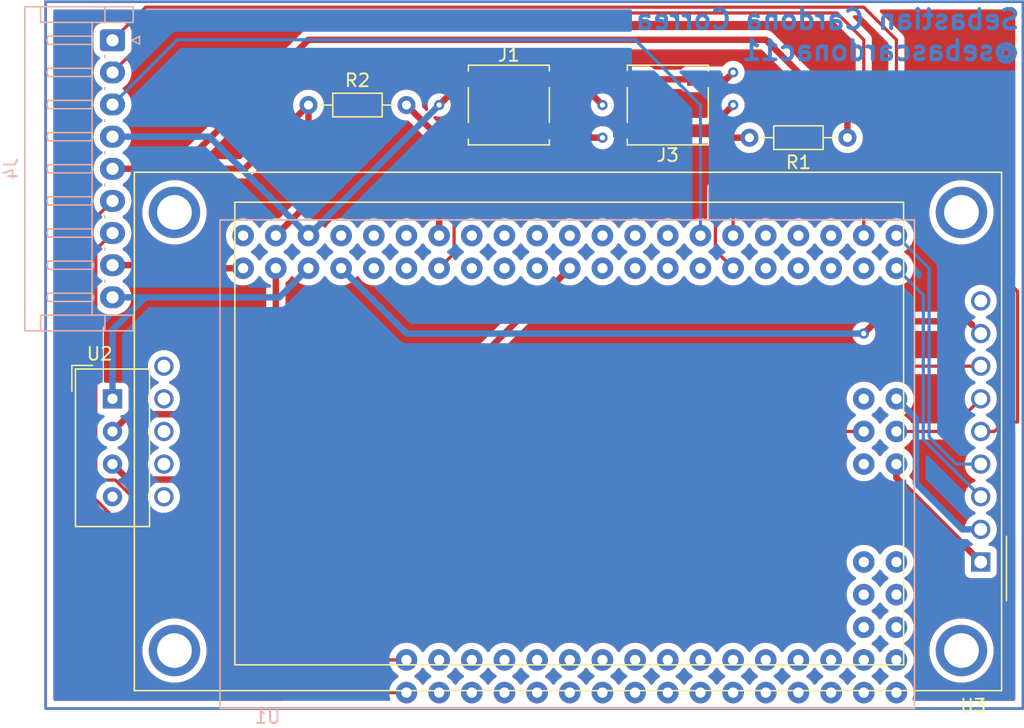
<source format=kicad_pcb>
(kicad_pcb (version 20221018) (generator pcbnew)
  (layers (0 "F.Cu" signal) (31 "B.Cu" signal) (34 "B.Paste" user) (35 "F.Paste" user) (36 "B.SilkS" user "B.Silkscreen") (37 "F.SilkS" user "F.Silkscreen") (38 "B.Mask" user) (39 "F.Mask" user) (44 "Edge.Cuts" user))
  (net 0 "")
  (net 1 "GND")
  (net 2 "+5V")
  (net 3 "Net-(U1-3V3-Pad3V3_1)")
  (net 8 "Net-(J1-Pin_2)")
  (net 11 "RX_GPS")
  (net 16 "SCL")
  (net 17 "Net-(J3-Pin_1)")
  (net 21 "TX_GPS")
  (net 25 "A1_Suspention")
  (net 26 "SDA")
  (net 30 "RPM")
  (net 35 "A0_Suspention")
  (net 76 "DC")
  (net 77 "CS")
  (net 78 "RST")
  (net 79 "Net-(U3-MOSI)")
  (net 80 "Net-(U3-SCK)")
  (net 81 "VIN_2")
  (net 82 "+3.3V")
  (footprint "Resistor_THT:R_Axial_DIN0204_L3.6mm_D1.6mm_P7.62mm_Horizontal" (layer "F.Cu") (at 77.47 22.9 180)
    (fp_text reference "R1" (at 3.81 -1.92) (layer "F.SilkS"))
    (fp_text value "R_Photo")
    (fp_line (start 0.94 0) (end 1.89 0) (stroke (width 0.12)) (layer "F.SilkS"))
    (fp_line (start 1.89 -0.92) (end 1.89 0.92) (stroke (width 0.12)) (layer "F.SilkS"))
    (fp_line (start 1.89 0.92) (end 5.73 0.92) (stroke (width 0.12)) (layer "F.SilkS"))
    (fp_line (start 5.73 -0.92) (end 1.89 -0.92) (stroke (width 0.12)) (layer "F.SilkS"))
    (fp_line (start 5.73 0.92) (end 5.73 -0.92) (stroke (width 0.12)) (layer "F.SilkS"))
    (fp_line (start 6.68 0) (end 5.73 0) (stroke (width 0.12)) (layer "F.SilkS"))
    (pad "1" thru_hole circle (at 0 0 180) (size 1.4 1.4) (drill 0.7) (layers "*.Cu" "*.Mask") (net 1 "GND"))
    (pad "2" thru_hole oval (at 7.62 0 180) (size 1.4 1.4) (drill 0.7) (layers "*.Cu" "*.Mask") (net 17 "Net-(J3-Pin_1)"))
  )
  (footprint "Button_Switch_SMD:SW_SPST_EVPBF" (layer "F.Cu") (at 63.5 20.36 180)
    (fp_text reference "J3" (at 0 -3.9) (layer "F.SilkS"))
    (fp_text value "Boton Next")
    (fp_line (start -3.15 -3.1) (end 3.15 -3.1) (stroke (width 0.12)) (layer "F.SilkS"))
    (fp_line (start -3.15 -2.65) (end -3.15 -3.1) (stroke (width 0.12)) (layer "F.SilkS"))
    (fp_line (start -3.15 1.35) (end -3.15 -1.35) (stroke (width 0.12)) (layer "F.SilkS"))
    (fp_line (start -3.15 2.65) (end -3.15 3.1) (stroke (width 0.12)) (layer "F.SilkS"))
    (fp_line (start -3.15 3.1) (end 3.15 3.1) (stroke (width 0.12)) (layer "F.SilkS"))
    (fp_line (start 3.15 -3.1) (end 3.15 -2.65) (stroke (width 0.12)) (layer "F.SilkS"))
    (fp_line (start 3.15 -1.35) (end 3.15 1.35) (stroke (width 0.12)) (layer "F.SilkS"))
    (fp_line (start 3.15 3.1) (end 3.15 2.7) (stroke (width 0.12)) (layer "F.SilkS"))
    (pad "1" smd rect (at -2.88 -2 180) (size 2.75 1) (layers "F.Cu" "F.Paste" "F.Mask") (net 17 "Net-(J3-Pin_1)"))
    (pad "1" smd rect (at 2.88 -2 180) (size 2.75 1) (layers "F.Cu" "F.Paste" "F.Mask") (net 17 "Net-(J3-Pin_1)"))
    (pad "2" smd rect (at -2.88 2 180) (size 2.75 1) (layers "F.Cu" "F.Paste" "F.Mask") (net 2 "+5V"))
    (pad "2" smd rect (at 2.88 2 180) (size 2.75 1) (layers "F.Cu" "F.Paste" "F.Mask") (net 2 "+5V"))
  )
  (footprint "Button_Switch_SMD:SW_SPST_EVPBF" (layer "F.Cu") (at 51.14 20.36)
    (fp_text reference "J1" (at 0 -3.9) (layer "F.SilkS"))
    (fp_text value "Boton Enter")
    (fp_line (start -3.15 -3.1) (end 3.15 -3.1) (stroke (width 0.12)) (layer "F.SilkS"))
    (fp_line (start -3.15 -2.65) (end -3.15 -3.1) (stroke (width 0.12)) (layer "F.SilkS"))
    (fp_line (start -3.15 1.35) (end -3.15 -1.35) (stroke (width 0.12)) (layer "F.SilkS"))
    (fp_line (start -3.15 2.65) (end -3.15 3.1) (stroke (width 0.12)) (layer "F.SilkS"))
    (fp_line (start -3.15 3.1) (end 3.15 3.1) (stroke (width 0.12)) (layer "F.SilkS"))
    (fp_line (start 3.15 -3.1) (end 3.15 -2.65) (stroke (width 0.12)) (layer "F.SilkS"))
    (fp_line (start 3.15 -1.35) (end 3.15 1.35) (stroke (width 0.12)) (layer "F.SilkS"))
    (fp_line (start 3.15 3.1) (end 3.15 2.7) (stroke (width 0.12)) (layer "F.SilkS"))
    (pad "1" smd rect (at -2.88 -2) (size 2.75 1) (layers "F.Cu" "F.Paste" "F.Mask") (net 2 "+5V"))
    (pad "1" smd rect (at 2.88 -2) (size 2.75 1) (layers "F.Cu" "F.Paste" "F.Mask") (net 2 "+5V"))
    (pad "2" smd rect (at -2.88 2) (size 2.75 1) (layers "F.Cu" "F.Paste" "F.Mask") (net 8 "Net-(J1-Pin_2)"))
    (pad "2" smd rect (at 2.88 2) (size 2.75 1) (layers "F.Cu" "F.Paste" "F.Mask") (net 8 "Net-(J1-Pin_2)"))
  )
  (footprint "Display:CR2013-MI2120" (layer "F.Cu") (at 87.8375 55.92 180)
    (fp_text reference "U3" (at 0.59 -11.18) (layer "F.SilkS"))
    (fp_text value "CR2013-MI2120")
    (fp_line (start -2 -3) (end -2 2) (stroke (width 0.12)) (layer "F.SilkS"))
    (fp_line (start -1.62 -10.01) (end 65.82 -10.01) (stroke (width 0.12)) (layer "F.SilkS"))
    (fp_line (start -1.62 30.33) (end -1.62 -10.01) (stroke (width 0.12)) (layer "F.SilkS"))
    (fp_line (start 6 -8) (end 58 -8) (stroke (width 0.12)) (layer "F.SilkS"))
    (fp_line (start 6 28) (end 6 -8) (stroke (width 0.12)) (layer "F.SilkS"))
    (fp_line (start 58 -8) (end 58 28) (stroke (width 0.12)) (layer "F.SilkS"))
    (fp_line (start 58 28) (end 6 28) (stroke (width 0.12)) (layer "F.SilkS"))
    (fp_line (start 65.82 -10.01) (end 65.82 30.33) (stroke (width 0.12)) (layer "F.SilkS"))
    (fp_line (start 65.82 30.33) (end -1.62 30.33) (stroke (width 0.12)) (layer "F.SilkS"))
    (pad "" thru_hole circle (at 1.5 -6.89 180) (size 4 4) (drill 2.7) (layers "*.Cu" "*.Mask"))
    (pad "" thru_hole circle (at 1.5 27.21 180) (size 4 4) (drill 2.7) (layers "*.Cu" "*.Mask"))
    (pad "" thru_hole circle (at 62.7 -6.89 180) (size 4 4) (drill 2.7) (layers "*.Cu" "*.Mask"))
    (pad "" thru_hole circle (at 62.7 27.21 180) (size 4 4) (drill 2.7) (layers "*.Cu" "*.Mask"))
    (pad "1" thru_hole rect (at 0 0 180) (size 1.5 1.5) (drill 1) (layers "*.Cu" "*.Mask") (net 2 "+5V"))
    (pad "2" thru_hole circle (at 0 2.54 180) (size 1.5 1.5) (drill 1) (layers "*.Cu" "*.Mask") (net 1 "GND"))
    (pad "3" thru_hole circle (at 0 5.08 180) (size 1.5 1.5) (drill 1) (layers "*.Cu" "*.Mask") (net 77 "CS"))
    (pad "4" thru_hole circle (at 0 7.62 180) (size 1.5 1.5) (drill 1) (layers "*.Cu" "*.Mask") (net 78 "RST"))
    (pad "5" thru_hole circle (at 0 10.16 180) (size 1.5 1.5) (drill 1) (layers "*.Cu" "*.Mask") (net 76 "DC"))
    (pad "6" thru_hole circle (at 0 12.7 180) (size 1.5 1.5) (drill 1) (layers "*.Cu" "*.Mask") (net 79 "Net-(U3-MOSI)"))
    (pad "7" thru_hole circle (at 0 15.24 180) (size 1.5 1.5) (drill 1) (layers "*.Cu" "*.Mask") (net 80 "Net-(U3-SCK)"))
    (pad "8" thru_hole circle (at 0 17.78 180) (size 1.5 1.5) (drill 1) (layers "*.Cu" "*.Mask") (net 82 "+3.3V"))
    (pad "9" thru_hole circle (at 0 20.32 180) (size 1.5 1.5) (drill 1) (layers "*.Cu" "*.Mask"))
    (pad "10" thru_hole circle (at 63.52 5.08 180) (size 1.5 1.5) (drill 1) (layers "*.Cu" "*.Mask"))
    (pad "11" thru_hole circle (at 63.52 7.62 180) (size 1.5 1.5) (drill 1) (layers "*.Cu" "*.Mask"))
    (pad "12" thru_hole circle (at 63.52 10.16 180) (size 1.5 1.5) (drill 1) (layers "*.Cu" "*.Mask"))
    (pad "13" thru_hole circle (at 63.52 12.7 180) (size 1.5 1.5) (drill 1) (layers "*.Cu" "*.Mask"))
    (pad "14" thru_hole circle (at 63.52 15.24 180) (size 1.5 1.5) (drill 1) (layers "*.Cu" "*.Mask"))
  )
  (footprint "Resistor_THT:R_Axial_DIN0204_L3.6mm_D1.6mm_P7.62mm_Horizontal" (layer "F.Cu") (at 35.56 20.36)
    (fp_text reference "R2" (at 3.81 -1.92) (layer "F.SilkS"))
    (fp_text value "R_Photo")
    (fp_line (start 0.94 0) (end 1.89 0) (stroke (width 0.12)) (layer "F.SilkS"))
    (fp_line (start 1.89 -0.92) (end 1.89 0.92) (stroke (width 0.12)) (layer "F.SilkS"))
    (fp_line (start 1.89 0.92) (end 5.73 0.92) (stroke (width 0.12)) (layer "F.SilkS"))
    (fp_line (start 5.73 -0.92) (end 1.89 -0.92) (stroke (width 0.12)) (layer "F.SilkS"))
    (fp_line (start 5.73 0.92) (end 5.73 -0.92) (stroke (width 0.12)) (layer "F.SilkS"))
    (fp_line (start 6.68 0) (end 5.73 0) (stroke (width 0.12)) (layer "F.SilkS"))
    (pad "1" thru_hole circle (at 0 0) (size 1.4 1.4) (drill 0.7) (layers "*.Cu" "*.Mask") (net 1 "GND"))
    (pad "2" thru_hole oval (at 7.62 0) (size 1.4 1.4) (drill 0.7) (layers "*.Cu" "*.Mask") (net 8 "Net-(J1-Pin_2)"))
  )
  (footprint "Sensor:Aosong_DHT11_5.5x12.0_P2.54mm" (layer "F.Cu") (at 20.32 43.22)
    (fp_text reference "U2" (at -1 -3.5) (layer "F.SilkS"))
    (fp_text value "NEO-M8N")
    (fp_line (start -3.16 -2.6) (end -3.16 -0.6) (stroke (width 0.12)) (layer "F.SilkS"))
    (fp_line (start -3.16 -2.6) (end -1.55 -2.6) (stroke (width 0.12)) (layer "F.SilkS"))
    (fp_line (start -2.88 9.94) (end -2.88 -2.31) (stroke (width 0.12)) (layer "F.SilkS"))
    (fp_line (start -2.87 -2.32) (end 2.87 -2.32) (stroke (width 0.12)) (layer "F.SilkS"))
    (fp_line (start 2.88 -2.32) (end 2.88 9.94) (stroke (width 0.12)) (layer "F.SilkS"))
    (fp_line (start 2.88 9.94) (end -2.88 9.94) (stroke (width 0.12)) (layer "F.SilkS"))
    (pad "1" thru_hole rect (at 0 0) (size 1.5 1.5) (drill 0.8) (layers "*.Cu" "*.Mask") (net 2 "+5V"))
    (pad "2" thru_hole circle (at 0 2.54) (size 1.5 1.5) (drill 0.8) (layers "*.Cu" "*.Mask") (net 1 "GND"))
    (pad "3" thru_hole circle (at 0 5.08) (size 1.5 1.5) (drill 0.8) (layers "*.Cu" "*.Mask") (net 21 "TX_GPS"))
    (pad "4" thru_hole circle (at 0 7.62) (size 1.5 1.5) (drill 0.8) (layers "*.Cu" "*.Mask"))
  )
  (footprint "MEGA_PRO_EMBED_CH340G___ATMEGA2560:MODULE_MEGA_PRO_EMBED_CH340G___ATMEGA2560" (layer "B.Cu") (at 55.68 48.3)
    (fp_text reference "U1" (at -23.295 19.685) (layer "B.SilkS") (effects (justify mirror)))
    (fp_text value "MEGA_PRO_EMBED_CH340G_{slash}_ATMEGA2560" hide)
    (fp_line (start -27 -19) (end -27 19) (stroke (width 0.127)) (layer "B.SilkS"))
    (fp_line (start -27 -19) (end 27 -19) (stroke (width 0.127)) (layer "B.SilkS"))
    (fp_line (start -27 19) (end 27 19) (stroke (width 0.127)) (layer "B.SilkS"))
    (fp_line (start 27 -19) (end 27 19) (stroke (width 0.127)) (layer "B.SilkS"))
    (pad "3V3_1" thru_hole circle (at -17.58 -17.78) (size 1.6764 1.6764) (drill 0.8) (layers "*.Cu" "*.Mask") (net 3 "Net-(U1-3V3-Pad3V3_1)"))
    (pad "3V3_2" thru_hole circle (at -17.58 -15.24) (size 1.6764 1.6764) (drill 0.8) (layers "*.Cu" "*.Mask") (net 82 "+3.3V"))
    (pad "5V_1" thru_hole circle (at -20.12 -17.78) (size 1.6764 1.6764) (drill 0.8) (layers "*.Cu" "*.Mask") (net 2 "+5V"))
    (pad "5V_2" thru_hole circle (at -20.12 -15.24) (size 1.6764 1.6764) (drill 0.8) (layers "*.Cu" "*.Mask") (net 2 "+5V"))
    (pad "5V_3" thru_hole circle (at 25.6 0) (size 1.6764 1.6764) (drill 0.8) (layers "*.Cu" "*.Mask") (net 2 "+5V"))
    (pad "A0" thru_hole circle (at -12.5 17.78) (size 1.6764 1.6764) (drill 0.8) (layers "*.Cu" "*.Mask") (net 35 "A0_Suspention"))
    (pad "A1" thru_hole circle (at -12.5 15.24) (size 1.6764 1.6764) (drill 0.8) (layers "*.Cu" "*.Mask") (net 25 "A1_Suspention"))
    (pad "A2" thru_hole circle (at -9.96 17.78) (size 1.6764 1.6764) (drill 0.8) (layers "*.Cu" "*.Mask"))
    (pad "A3" thru_hole circle (at -9.96 15.24) (size 1.6764 1.6764) (drill 0.8) (layers "*.Cu" "*.Mask"))
    (pad "A4" thru_hole circle (at -7.42 17.78) (size 1.6764 1.6764) (drill 0.8) (layers "*.Cu" "*.Mask"))
    (pad "A5" thru_hole circle (at -7.42 15.24) (size 1.6764 1.6764) (drill 0.8) (layers "*.Cu" "*.Mask"))
    (pad "A6" thru_hole circle (at -4.88 17.78) (size 1.6764 1.6764) (drill 0.8) (layers "*.Cu" "*.Mask"))
    (pad "A7" thru_hole circle (at -4.88 15.24) (size 1.6764 1.6764) (drill 0.8) (layers "*.Cu" "*.Mask"))
    (pad "A8" thru_hole circle (at -2.34 17.78) (size 1.6764 1.6764) (drill 0.8) (layers "*.Cu" "*.Mask"))
    (pad "A9" thru_hole circle (at -2.34 15.24) (size 1.6764 1.6764) (drill 0.8) (layers "*.Cu" "*.Mask"))
    (pad "A10" thru_hole circle (at 0.2 17.78) (size 1.6764 1.6764) (drill 0.8) (layers "*.Cu" "*.Mask"))
    (pad "A11" thru_hole circle (at 0.2 15.24) (size 1.6764 1.6764) (drill 0.8) (layers "*.Cu" "*.Mask"))
    (pad "A12" thru_hole circle (at 2.74 17.78) (size 1.6764 1.6764) (drill 0.8) (layers "*.Cu" "*.Mask"))
    (pad "A13" thru_hole circle (at 2.74 15.24) (size 1.6764 1.6764) (drill 0.8) (layers "*.Cu" "*.Mask"))
    (pad "A14" thru_hole circle (at 5.28 17.78) (size 1.6764 1.6764) (drill 0.8) (layers "*.Cu" "*.Mask"))
    (pad "A15" thru_hole circle (at 5.28 15.24) (size 1.6764 1.6764) (drill 0.8) (layers "*.Cu" "*.Mask"))
    (pad "AREF" thru_hole circle (at -15.04 -15.24) (size 1.6764 1.6764) (drill 0.8) (layers "*.Cu" "*.Mask"))
    (pad "D2" thru_hole circle (at -9.96 -15.24) (size 1.6764 1.6764) (drill 0.8) (layers "*.Cu" "*.Mask") (net 17 "Net-(J3-Pin_1)"))
    (pad "D3" thru_hole circle (at -9.96 -17.78) (size 1.6764 1.6764) (drill 0.8) (layers "*.Cu" "*.Mask") (net 8 "Net-(J1-Pin_2)"))
    (pad "D4" thru_hole circle (at -7.42 -15.24) (size 1.6764 1.6764) (drill 0.8) (layers "*.Cu" "*.Mask"))
    (pad "D5" thru_hole circle (at -7.42 -17.78) (size 1.6764 1.6764) (drill 0.8) (layers "*.Cu" "*.Mask"))
    (pad "D6" thru_hole circle (at -4.88 -15.24) (size 1.6764 1.6764) (drill 0.8) (layers "*.Cu" "*.Mask"))
    (pad "D7" thru_hole circle (at -4.88 -17.78) (size 1.6764 1.6764) (drill 0.8) (layers "*.Cu" "*.Mask"))
    (pad "D8" thru_hole circle (at -2.34 -15.24) (size 1.6764 1.6764) (drill 0.8) (layers "*.Cu" "*.Mask"))
    (pad "D9" thru_hole circle (at -2.34 -17.78) (size 1.6764 1.6764) (drill 0.8) (layers "*.Cu" "*.Mask") (net 11 "RX_GPS"))
    (pad "D10" thru_hole circle (at 0.2 -15.24) (size 1.6764 1.6764) (drill 0.8) (layers "*.Cu" "*.Mask") (net 21 "TX_GPS"))
    (pad "D11" thru_hole circle (at 0.2 -17.78) (size 1.6764 1.6764) (drill 0.8) (layers "*.Cu" "*.Mask"))
    (pad "D12" thru_hole circle (at 2.74 -15.24) (size 1.6764 1.6764) (drill 0.8) (layers "*.Cu" "*.Mask"))
    (pad "D13" thru_hole circle (at 2.74 -17.78) (size 1.6764 1.6764) (drill 0.8) (layers "*.Cu" "*.Mask"))
    (pad "D14" thru_hole circle (at 5.28 -15.24) (size 1.6764 1.6764) (drill 0.8) (layers "*.Cu" "*.Mask"))
    (pad "D15" thru_hole circle (at 5.28 -17.78) (size 1.6764 1.6764) (drill 0.8) (layers "*.Cu" "*.Mask"))
    (pad "D16" thru_hole circle (at 7.82 -15.24) (size 1.6764 1.6764) (drill 0.8) (layers "*.Cu" "*.Mask"))
    (pad "D17" thru_hole circle (at 7.82 -17.78) (size 1.6764 1.6764) (drill 0.8) (layers "*.Cu" "*.Mask"))
    (pad "D18" thru_hole circle (at 10.36 -15.24) (size 1.6764 1.6764) (drill 0.8) (layers "*.Cu" "*.Mask"))
    (pad "D19" thru_hole circle (at 10.36 -17.78) (size 1.6764 1.6764) (drill 0.8) (layers "*.Cu" "*.Mask") (net 30 "RPM"))
    (pad "D20" thru_hole circle (at 12.9 -15.24) (size 1.6764 1.6764) (drill 0.8) (layers "*.Cu" "*.Mask") (net 26 "SDA"))
    (pad "D21" thru_hole circle (at 12.9 -17.78) (size 1.6764 1.6764) (drill 0.8) (layers "*.Cu" "*.Mask") (net 16 "SCL"))
    (pad "D22" thru_hole circle (at 15.44 -15.24) (size 1.6764 1.6764) (drill 0.8) (layers "*.Cu" "*.Mask"))
    (pad "D23" thru_hole circle (at 15.44 -17.78) (size 1.6764 1.6764) (drill 0.8) (layers "*.Cu" "*.Mask"))
    (pad "D24" thru_hole circle (at 17.98 -15.24) (size 1.6764 1.6764) (drill 0.8) (layers "*.Cu" "*.Mask"))
    (pad "D25" thru_hole circle (at 17.98 -17.78) (size 1.6764 1.6764) (drill 0.8) (layers "*.Cu" "*.Mask"))
    (pad "D26" thru_hole circle (at 20.52 -15.24) (size 1.6764 1.6764) (drill 0.8) (layers "*.Cu" "*.Mask"))
    (pad "D27" thru_hole circle (at 20.52 -17.78) (size 1.6764 1.6764) (drill 0.8) (layers "*.Cu" "*.Mask"))
    (pad "D28" thru_hole circle (at 23.06 -15.24) (size 1.6764 1.6764) (drill 0.8) (layers "*.Cu" "*.Mask"))
    (pad "D29" thru_hole circle (at 23.06 -17.78) (size 1.6764 1.6764) (drill 0.8) (layers "*.Cu" "*.Mask") (net 76 "DC"))
    (pad "D30" thru_hole circle (at 25.6 -15.24) (size 1.6764 1.6764) (drill 0.8) (layers "*.Cu" "*.Mask") (net 77 "CS"))
    (pad "D31" thru_hole circle (at 25.6 -17.78) (size 1.6764 1.6764) (drill 0.8) (layers "*.Cu" "*.Mask") (net 78 "RST"))
    (pad "D32" thru_hole circle (at 7.82 17.78) (size 1.6764 1.6764) (drill 0.8) (layers "*.Cu" "*.Mask"))
    (pad "D33" thru_hole circle (at 7.82 15.24) (size 1.6764 1.6764) (drill 0.8) (layers "*.Cu" "*.Mask"))
    (pad "D34" thru_hole circle (at 10.36 17.78) (size 1.6764 1.6764) (drill 0.8) (layers "*.Cu" "*.Mask"))
    (pad "D35" thru_hole circle (at 10.36 15.24) (size 1.6764 1.6764) (drill 0.8) (layers "*.Cu" "*.Mask"))
    (pad "D36" thru_hole circle (at 12.9 17.78) (size 1.6764 1.6764) (drill 0.8) (layers "*.Cu" "*.Mask"))
    (pad "D37" thru_hole circle (at 12.9 15.24) (size 1.6764 1.6764) (drill 0.8) (layers "*.Cu" "*.Mask"))
    (pad "D38" thru_hole circle (at 15.44 17.78) (size 1.6764 1.6764) (drill 0.8) (layers "*.Cu" "*.Mask"))
    (pad "D39" thru_hole circle (at 15.44 15.24) (size 1.6764 1.6764) (drill 0.8) (layers "*.Cu" "*.Mask"))
    (pad "D40" thru_hole circle (at 17.98 17.78) (size 1.6764 1.6764) (drill 0.8) (layers "*.Cu" "*.Mask"))
    (pad "D41" thru_hole circle (at 17.98 15.24) (size 1.6764 1.6764) (drill 0.8) (layers "*.Cu" "*.Mask"))
    (pad "D42" thru_hole circle (at 20.52 17.78) (size 1.6764 1.6764) (drill 0.8) (layers "*.Cu" "*.Mask"))
    (pad "D43" thru_hole circle (at 20.52 15.24) (size 1.6764 1.6764) (drill 0.8) (layers "*.Cu" "*.Mask"))
    (pad "D44" thru_hole circle (at 23.06 17.78) (size 1.6764 1.6764) (drill 0.8) (layers "*.Cu" "*.Mask"))
    (pad "D45" thru_hole circle (at 23.06 15.24) (size 1.6764 1.6764) (drill 0.8) (layers "*.Cu" "*.Mask"))
    (pad "D46" thru_hole circle (at 25.6 17.78) (size 1.6764 1.6764) (drill 0.8) (layers "*.Cu" "*.Mask"))
    (pad "D47" thru_hole circle (at 25.6 15.24) (size 1.6764 1.6764) (drill 0.8) (layers "*.Cu" "*.Mask"))
    (pad "D48" thru_hole circle (at 25.6 12.7) (size 1.6764 1.6764) (drill 0.8) (layers "*.Cu" "*.Mask"))
    (pad "D49" thru_hole circle (at 23.06 12.7) (size 1.6764 1.6764) (drill 0.8) (layers "*.Cu" "*.Mask"))
    (pad "D50" thru_hole circle (at 25.6 10.16) (size 1.6764 1.6764) (drill 0.8) (layers "*.Cu" "*.Mask"))
    (pad "D51" thru_hole circle (at 23.06 10.16) (size 1.6764 1.6764) (drill 0.8) (layers "*.Cu" "*.Mask"))
    (pad "D52" thru_hole circle (at 25.6 7.62) (size 1.6764 1.6764) (drill 0.8) (layers "*.Cu" "*.Mask"))
    (pad "D53" thru_hole circle (at 23.06 7.62) (size 1.6764 1.6764) (drill 0.8) (layers "*.Cu" "*.Mask"))
    (pad "GND_1" thru_hole circle (at -22.66 -17.78) (size 1.6764 1.6764) (drill 0.8) (layers "*.Cu" "*.Mask") (net 1 "GND"))
    (pad "GND_2" thru_hole circle (at -22.66 -15.24) (size 1.6764 1.6764) (drill 0.8) (layers "*.Cu" "*.Mask") (net 1 "GND"))
    (pad "GND_3" thru_hole circle (at 25.6 -5.08) (size 1.6764 1.6764) (drill 0.8) (layers "*.Cu" "*.Mask") (net 1 "GND"))
    (pad "MISO" thru_hole circle (at 23.06 0) (size 1.6764 1.6764) (drill 0.8) (layers "*.Cu" "*.Mask"))
    (pad "MOSI" thru_hole circle (at 25.6 -2.54) (size 1.6764 1.6764) (drill 0.8) (layers "*.Cu" "*.Mask") (net 79 "Net-(U3-MOSI)"))
    (pad "RESET" thru_hole circle (at 23.06 -5.08) (size 1.6764 1.6764) (drill 0.8) (layers "*.Cu" "*.Mask"))
    (pad "RST" thru_hole circle (at -15.04 -17.78) (size 1.6764 1.6764) (drill 0.8) (layers "*.Cu" "*.Mask"))
    (pad "RX" thru_hole circle (at -12.5 -15.24) (size 1.6764 1.6764) (drill 0.8) (layers "*.Cu" "*.Mask"))
    (pad "SCK" thru_hole circle (at 23.06 -2.54) (size 1.6764 1.6764) (drill 0.8) (layers "*.Cu" "*.Mask") (net 80 "Net-(U3-SCK)"))
    (pad "TX" thru_hole circle (at -12.5 -17.78) (size 1.6764 1.6764) (drill 0.8) (layers "*.Cu" "*.Mask"))
    (pad "VIN_1" thru_hole circle (at -25.2 -17.78) (size 1.6764 1.6764) (drill 0.8) (layers "*.Cu" "*.Mask"))
    (pad "VIN_2" thru_hole circle (at -25.2 -15.24) (size 1.6764 1.6764) (drill 0.8) (layers "*.Cu" "*.Mask") (net 81 "VIN_2"))
  )
  (footprint "Connector_JST:JST_EH_S9B-EH_1x09_P2.50mm_Horizontal" (layer "B.Cu") (at 20.32 15.32 -90)
    (fp_text reference "J4" (at 10 7.9 90) (layer "B.SilkS") (effects (justify mirror)))
    (fp_text value "DE9_Plug")
    (fp_line (start -2.61 -1.61) (end -2.61 6.81) (stroke (width 0.12)) (layer "B.SilkS"))
    (fp_line (start -2.61 5.59) (end -1.39 5.59) (stroke (width 0.12)) (layer "B.SilkS"))
    (fp_line (start -2.61 6.81) (end 22.61 6.81) (stroke (width 0.12)) (layer "B.SilkS"))
    (fp_line (start -1.39 -1.61) (end -2.61 -1.61) (stroke (width 0.12)) (layer "B.SilkS"))
    (fp_line (start -1.39 0.59) (end -2.61 0.59) (stroke (width 0.12)) (layer "B.SilkS"))
    (fp_line (start -1.39 0.59) (end -1.39 -1.61) (stroke (width 0.12)) (layer "B.SilkS"))
    (fp_line (start -1.39 1.59) (end 21.39 1.59) (stroke (width 0.12)) (layer "B.SilkS"))
    (fp_line (start -1.39 5.59) (end -1.39 0.59) (stroke (width 0.12)) (layer "B.SilkS"))
    (fp_line (start -0.32 1.59) (end -0.32 5.01) (stroke (width 0.12)) (layer "B.SilkS"))
    (fp_line (start -0.32 5.01) (end 0 5.09) (stroke (width 0.12)) (layer "B.SilkS"))
    (fp_line (start -0.3 -2.1) (end 0.3 -2.1) (stroke (width 0.12)) (layer "B.SilkS"))
    (fp_line (start 0 -1.5) (end -0.3 -2.1) (stroke (width 0.12)) (layer "B.SilkS"))
    (fp_line (start 0 1.59) (end -0.32 1.59) (stroke (width 0.12)) (layer "B.SilkS"))
    (fp_line (start 0 5.09) (end 0.32 5.01) (stroke (width 0.12)) (layer "B.SilkS"))
    (fp_line (start 0.3 -2.1) (end 0 -1.5) (stroke (width 0.12)) (layer "B.SilkS"))
    (fp_line (start 0.32 1.59) (end 0 1.59) (stroke (width 0.12)) (layer "B.SilkS"))
    (fp_line (start 0.32 5.01) (end 0.32 1.59) (stroke (width 0.12)) (layer "B.SilkS"))
    (fp_line (start 1.17 0.59) (end 1.33 0.59) (stroke (width 0.12)) (layer "B.SilkS"))
    (fp_line (start 2.18 1.59) (end 2.18 5.01) (stroke (width 0.12)) (layer "B.SilkS"))
    (fp_line (start 2.18 5.01) (end 2.5 5.09) (stroke (width 0.12)) (layer "B.SilkS"))
    (fp_line (start 2.5 1.59) (end 2.18 1.59) (stroke (width 0.12)) (layer "B.SilkS"))
    (fp_line (start 2.5 5.09) (end 2.82 5.01) (stroke (width 0.12)) (layer "B.SilkS"))
    (fp_line (start 2.82 1.59) (end 2.5 1.59) (stroke (width 0.12)) (layer "B.SilkS"))
    (fp_line (start 2.82 5.01) (end 2.82 1.59) (stroke (width 0.12)) (layer "B.SilkS"))
    (fp_line (start 3.67 0.59) (end 3.83 0.59) (stroke (width 0.12)) (layer "B.SilkS"))
    (fp_line (start 4.68 1.59) (end 4.68 5.01) (stroke (width 0.12)) (layer "B.SilkS"))
    (fp_line (start 4.68 5.01) (end 5 5.09) (stroke (width 0.12)) (layer "B.SilkS"))
    (fp_line (start 5 1.59) (end 4.68 1.59) (stroke (width 0.12)) (layer "B.SilkS"))
    (fp_line (start 5 5.09) (end 5.32 5.01) (stroke (width 0.12)) (layer "B.SilkS"))
    (fp_line (start 5.32 1.59) (end 5 1.59) (stroke (width 0.12)) (layer "B.SilkS"))
    (fp_line (start 5.32 5.01) (end 5.32 1.59) (stroke (width 0.12)) (layer "B.SilkS"))
    (fp_line (start 6.17 0.59) (end 6.33 0.59) (stroke (width 0.12)) (layer "B.SilkS"))
    (fp_line (start 7.18 1.59) (end 7.18 5.01) (stroke (width 0.12)) (layer "B.SilkS"))
    (fp_line (start 7.18 5.01) (end 7.5 5.09) (stroke (width 0.12)) (layer "B.SilkS"))
    (fp_line (start 7.5 1.59) (end 7.18 1.59) (stroke (width 0.12)) (layer "B.SilkS"))
    (fp_line (start 7.5 5.09) (end 7.82 5.01) (stroke (width 0.12)) (layer "B.SilkS"))
    (fp_line (start 7.82 1.59) (end 7.5 1.59) (stroke (width 0.12)) (layer "B.SilkS"))
    (fp_line (start 7.82 5.01) (end 7.82 1.59) (stroke (width 0.12)) (layer "B.SilkS"))
    (fp_line (start 8.67 0.59) (end 8.83 0.59) (stroke (width 0.12)) (layer "B.SilkS"))
    (fp_line (start 9.68 1.59) (end 9.68 5.01) (stroke (width 0.12)) (layer "B.SilkS"))
    (fp_line (start 9.68 5.01) (end 10 5.09) (stroke (width 0.12)) (layer "B.SilkS"))
    (fp_line (start 10 1.59) (end 9.68 1.59) (stroke (width 0.12)) (layer "B.SilkS"))
    (fp_line (start 10 5.09) (end 10.32 5.01) (stroke (width 0.12)) (layer "B.SilkS"))
    (fp_line (start 10.32 1.59) (end 10 1.59) (stroke (width 0.12)) (layer "B.SilkS"))
    (fp_line (start 10.32 5.01) (end 10.32 1.59) (stroke (width 0.12)) (layer "B.SilkS"))
    (fp_line (start 11.17 0.59) (end 11.33 0.59) (stroke (width 0.12)) (layer "B.SilkS"))
    (fp_line (start 12.18 1.59) (end 12.18 5.01) (stroke (width 0.12)) (layer "B.SilkS"))
    (fp_line (start 12.18 5.01) (end 12.5 5.09) (stroke (width 0.12)) (layer "B.SilkS"))
    (fp_line (start 12.5 1.59) (end 12.18 1.59) (stroke (width 0.12)) (layer "B.SilkS"))
    (fp_line (start 12.5 5.09) (end 12.82 5.01) (stroke (width 0.12)) (layer "B.SilkS"))
    (fp_line (start 12.82 1.59) (end 12.5 1.59) (stroke (width 0.12)) (layer "B.SilkS"))
    (fp_line (start 12.82 5.01) (end 12.82 1.59) (stroke (width 0.12)) (layer "B.SilkS"))
    (fp_line (start 13.67 0.59) (end 13.83 0.59) (stroke (width 0.12)) (layer "B.SilkS"))
    (fp_line (start 14.68 1.59) (end 14.68 5.01) (stroke (width 0.12)) (layer "B.SilkS"))
    (fp_line (start 14.68 5.01) (end 15 5.09) (stroke (width 0.12)) (layer "B.SilkS"))
    (fp_line (start 15 1.59) (end 14.68 1.59) (stroke (width 0.12)) (layer "B.SilkS"))
    (fp_line (start 15 5.09) (end 15.32 5.01) (stroke (width 0.12)) (layer "B.SilkS"))
    (fp_line (start 15.32 1.59) (end 15 1.59) (stroke (width 0.12)) (layer "B.SilkS"))
    (fp_line (start 15.32 5.01) (end 15.32 1.59) (stroke (width 0.12)) (layer "B.SilkS"))
    (fp_line (start 16.17 0.59) (end 16.33 0.59) (stroke (width 0.12)) (layer "B.SilkS"))
    (fp_line (start 17.18 1.59) (end 17.18 5.01) (stroke (width 0.12)) (layer "B.SilkS"))
    (fp_line (start 17.18 5.01) (end 17.5 5.09) (stroke (width 0.12)) (layer "B.SilkS"))
    (fp_line (start 17.5 1.59) (end 17.18 1.59) (stroke (width 0.12)) (layer "B.SilkS"))
    (fp_line (start 17.5 5.09) (end 17.82 5.01) (stroke (width 0.12)) (layer "B.SilkS"))
    (fp_line (start 17.82 1.59) (end 17.5 1.59) (stroke (width 0.12)) (layer "B.SilkS"))
    (fp_line (start 17.82 5.01) (end 17.82 1.59) (stroke (width 0.12)) (layer "B.SilkS"))
    (fp_line (start 18.67 0.59) (end 18.83 0.59) (stroke (width 0.12)) (layer "B.SilkS"))
    (fp_line (start 19.68 1.59) (end 19.68 5.01) (stroke (width 0.12)) (layer "B.SilkS"))
    (fp_line (start 19.68 5.01) (end 20 5.09) (stroke (width 0.12)) (layer "B.SilkS"))
    (fp_line (start 20 1.59) (end 19.68 1.59) (stroke (width 0.12)) (layer "B.SilkS"))
    (fp_line (start 20 5.09) (end 20.32 5.01) (stroke (width 0.12)) (layer "B.SilkS"))
    (fp_line (start 20.32 1.59) (end 20 1.59) (stroke (width 0.12)) (layer "B.SilkS"))
    (fp_line (start 20.32 5.01) (end 20.32 1.59) (stroke (width 0.12)) (layer "B.SilkS"))
    (fp_line (start 21.39 -1.61) (end 21.39 0.59) (stroke (width 0.12)) (layer "B.SilkS"))
    (fp_line (start 21.39 0.59) (end 22.61 0.59) (stroke (width 0.12)) (layer "B.SilkS"))
    (fp_line (start 21.39 5.59) (end 21.39 0.59) (stroke (width 0.12)) (layer "B.SilkS"))
    (fp_line (start 22.61 -1.61) (end 21.39 -1.61) (stroke (width 0.12)) (layer "B.SilkS"))
    (fp_line (start 22.61 5.59) (end 21.39 5.59) (stroke (width 0.12)) (layer "B.SilkS"))
    (fp_line (start 22.61 6.81) (end 22.61 -1.61) (stroke (width 0.12)) (layer "B.SilkS"))
    (pad "1" thru_hole roundrect (at 0 0 270) (size 1.7 1.95) (drill 0.95) (layers "*.Cu" "*.Mask") (roundrect_rratio 0.1470588235) (net 16 "SCL"))
    (pad "2" thru_hole oval (at 2.5 0 270) (size 1.7 1.95) (drill 0.95) (layers "*.Cu" "*.Mask") (net 26 "SDA"))
    (pad "3" thru_hole oval (at 5 0 270) (size 1.7 1.95) (drill 0.95) (layers "*.Cu" "*.Mask") (net 30 "RPM"))
    (pad "4" thru_hole oval (at 7.5 0 270) (size 1.7 1.95) (drill 0.95) (layers "*.Cu" "*.Mask") (net 2 "+5V"))
    (pad "5" thru_hole oval (at 10 0 270) (size 1.7 1.95) (drill 0.95) (layers "*.Cu" "*.Mask") (net 1 "GND"))
    (pad "6" thru_hole oval (at 12.5 0 270) (size 1.7 1.95) (drill 0.95) (layers "*.Cu" "*.Mask") (net 35 "A0_Suspention"))
    (pad "7" thru_hole oval (at 15 0 270) (size 1.7 1.95) (drill 0.95) (layers "*.Cu" "*.Mask") (net 25 "A1_Suspention"))
    (pad "8" thru_hole oval (at 17.5 0 270) (size 1.7 1.95) (drill 0.95) (layers "*.Cu" "*.Mask") (net 81 "VIN_2"))
    (pad "9" thru_hole oval (at 20 0 270) (size 1.7 1.95) (drill 0.95) (layers "*.Cu" "*.Mask") (net 2 "+5V"))
  )
  (gr_rect (start 15.12 12.32) (end 91.12 67.32) (stroke (width 0.2)) (fill none) (layer "F.Cu"))
  (gr_rect (start 15.12 12.32) (end 91.12 67.32) (stroke (width 0.2)) (fill none) (layer "B.Cu"))
  (gr_text "Sebastian Cardona Correa\n@sebascardonac11" (at 33.02 58.46) (layer "F.Cu") (effects (font (size 1.5 1.5) (thickness 0.3) bold) (justify left bottom)))
  (gr_text "Sebastian Cardona Correa\n@sebascardonac11\n" (at 91 17) (layer "B.Cu") (effects (font (size 1.5 1.5) (thickness 0.3) bold) (justify left bottom mirror)))
  (segment (start 33.02 33.06) (end 33.02 38.427279) (width 0.5) (layer "F.Cu") (net 1))
  (segment (start 25.4 25.32) (end 25.52 25.32) (width 0.5) (layer "F.Cu") (net 1))
  (segment (start 33.02 38.427279) (end 27.027279 44.42) (width 0.5) (layer "F.Cu") (net 1))
  (segment (start 33.02 30.52) (end 35.56 27.98) (width 0.5) (layer "F.Cu") (net 1))
  (segment (start 25.52 25.32) (end 35.56 15.28) (width 0.5) (layer "F.Cu") (net 1))
  (segment (start 20.32 25.32) (end 25.4 25.32) (width 0.5) (layer "F.Cu") (net 1))
  (segment (start 71.12 15.28) (end 77.47 21.63) (width 0.5) (layer "F.Cu") (net 1))
  (segment (start 25.4 25.32) (end 30.6 25.32) (width 0.5) (layer "F.Cu") (net 1))
  (segment (start 35.56 15.28) (end 71.12 15.28) (width 0.5) (layer "F.Cu") (net 1))
  (segment (start 27.027279 44.42) (end 21.66 44.42) (width 0.5) (layer "F.Cu") (net 1))
  (segment (start 21.66 44.42) (end 20.32 45.76) (width 0.5) (layer "F.Cu") (net 1))
  (segment (start 30.6 25.32) (end 33.02 22.9) (width 0.5) (layer "F.Cu") (net 1))
  (segment (start 33.02 22.9) (end 35.56 20.36) (width 0.5) (layer "F.Cu") (net 1))
  (segment (start 35.56 27.98) (end 35.56 20.36) (width 0.5) (layer "F.Cu") (net 1))
  (segment (start 77.47 21.63) (end 77.47 22.9) (width 0.5) (layer "F.Cu") (net 1))
  (segment (start 86.4 53.38) (end 82.795 49.775) (width 0.5) (layer "B.Cu") (net 1))
  (segment (start 82.795 44.735) (end 81.28 43.22) (width 0.5) (layer "B.Cu") (net 1))
  (segment (start 82.795 49.775) (end 82.795 44.735) (width 0.5) (layer "B.Cu") (net 1))
  (segment (start 87.8375 53.38) (end 86.4 53.38) (width 0.5) (layer "B.Cu") (net 1))
  (segment (start 60.62 18.36) (end 54.02 18.36) (width 0.5) (layer "F.Cu") (net 2))
  (segment (start 47.72 18.36) (end 45.72 20.36) (width 0.5) (layer "F.Cu") (net 2))
  (segment (start 54.02 18.36) (end 48.26 18.36) (width 0.5) (layer "F.Cu") (net 2))
  (segment (start 56.42 18.36) (end 57.818959 19.758959) (width 0.5) (layer "F.Cu") (net 2))
  (segment (start 81.28 49.3625) (end 81.28 48.3) (width 0.5) (layer "F.Cu") (net 2))
  (segment (start 87.8375 55.92) (end 81.28 49.3625) (width 0.5) (layer "F.Cu") (net 2))
  (segment (start 58.42 20.36) (end 57.818959 19.758959) (width 0.5) (layer "F.Cu") (net 2))
  (segment (start 68.04 18.36) (end 68.58 17.82) (width 0.5) (layer "F.Cu") (net 2))
  (segment (start 66.38 18.36) (end 68.04 18.36) (width 0.5) (layer "F.Cu") (net 2))
  (segment (start 54.02 18.36) (end 56.42 18.36) (width 0.5) (layer "F.Cu") (net 2))
  (segment (start 66.38 18.36) (end 60.62 18.36) (width 0.5) (layer "F.Cu") (net 2))
  (segment (start 48.26 18.36) (end 47.72 18.36) (width 0.5) (layer "F.Cu") (net 2))
  (via (at 58.42 20.36) (size 0.8) (drill 0.4) (layers "F.Cu" "B.Cu") (net 2))
  (via (at 45.72 20.36) (size 0.8) (drill 0.4) (layers "F.Cu" "B.Cu") (net 2))
  (via (at 68.58 17.82) (size 0.8) (drill 0.4) (layers "F.Cu" "B.Cu") (net 2))
  (segment (start 22.86 35.32) (end 27.94 35.32) (width 0.5) (layer "B.Cu") (net 2))
  (segment (start 20.32 35.32) (end 22.86 35.32) (width 0.5) (layer "B.Cu") (net 2))
  (segment (start 27.86 22.82) (end 20.32 22.82) (width 0.5) (layer "B.Cu") (net 2))
  (segment (start 27.94 35.32) (end 33.3 35.32) (width 0.5) (layer "B.Cu") (net 2))
  (segment (start 45.72 20.36) (end 36.054975 30.025025) (width 0.5) (layer "B.Cu") (net 2))
  (segment (start 20.32 37.86) (end 20.32 43.22) (width 0.5) (layer "B.Cu") (net 2))
  (segment (start 33.3 35.32) (end 35.56 33.06) (width 0.5) (layer "B.Cu") (net 2))
  (segment (start 27.86 22.82) (end 35.56 30.52) (width 0.5) (layer "B.Cu") (net 2))
  (segment (start 22.86 35.32) (end 20.32 37.86) (width 0.5) (layer "B.Cu") (net 2))
  (segment (start 45.72 22.9) (end 45.18 22.36) (width 0.5) (layer "F.Cu") (net 8))
  (segment (start 45.72 30.52) (end 45.72 22.9) (width 0.5) (layer "F.Cu") (net 8))
  (segment (start 58.42 22.9) (end 57.57 22.9) (width 0.5) (layer "F.Cu") (net 8))
  (segment (start 43.18 20.36) (end 45.18 22.36) (width 0.5) (layer "F.Cu") (net 8))
  (segment (start 45.18 22.36) (end 48.26 22.36) (width 0.5) (layer "F.Cu") (net 8))
  (segment (start 57.57 22.9) (end 57.03 22.36) (width 0.5) (layer "F.Cu") (net 8))
  (segment (start 48.26 22.36) (end 54.02 22.36) (width 0.5) (layer "F.Cu") (net 8))
  (segment (start 54.02 22.36) (end 57.03 22.36) (width 0.5) (layer "F.Cu") (net 8))
  (via (at 58.42 22.9) (size 0.8) (drill 0.4) (layers "F.Cu" "B.Cu") (net 8))
  (segment (start 68.58 27.98) (end 76.2 27.98) (width 0.25) (layer "F.Cu") (net 16))
  (segment (start 81.28 22.9) (end 81.28 15.28) (width 0.25) (layer "F.Cu") (net 16))
  (segment (start 81.28 15.28) (end 78.745 12.745) (width 0.25) (layer "F.Cu") (net 16))
  (segment (start 78.745 12.745) (end 22.895 12.745) (width 0.25) (layer "F.Cu") (net 16))
  (segment (start 76.2 27.98) (end 81.28 22.9) (width 0.25) (layer "F.Cu") (net 16))
  (segment (start 22.895 12.745) (end 20.32 15.32) (width 0.25) (layer "F.Cu") (net 16))
  (segment (start 68.58 30.52) (end 68.58 27.98) (width 0.25) (layer "F.Cu") (net 16))
  (segment (start 66.38 22.36) (end 60.62 22.36) (width 0.5) (layer "F.Cu") (net 17))
  (segment (start 67.855 22.36) (end 66.38 22.36) (width 0.25) (layer "F.Cu") (net 17))
  (segment (start 46.8832 31.8968) (end 45.72 33.06) (width 0.25) (layer "F.Cu") (net 17))
  (segment (start 69.85 22.9) (end 68.395 22.9) (width 0.5) (layer "F.Cu") (net 17))
  (segment (start 57.54 25.44) (end 60.62 22.36) (width 0.5) (layer "F.Cu") (net 17))
  (segment (start 48.26 27.94) (end 46.8832 29.3168) (width 0.25) (layer "F.Cu") (net 17))
  (segment (start 66.58 22.36) (end 66.38 22.36) (width 0.25) (layer "F.Cu") (net 17))
  (segment (start 68.395 22.9) (end 67.855 22.36) (width 0.5) (layer "F.Cu") (net 17))
  (segment (start 48.26 27.94) (end 50.76 25.44) (width 0.5) (layer "F.Cu") (net 17))
  (segment (start 50.76 25.44) (end 57.54 25.44) (width 0.5) (layer "F.Cu") (net 17))
  (segment (start 46.8832 29.3168) (end 46.8832 31.8968) (width 0.25) (layer "F.Cu") (net 17))
  (segment (start 68.58 20.36) (end 66.58 22.36) (width 0.5) (layer "F.Cu") (net 17))
  (via (at 68.58 20.36) (size 0.8) (drill 0.4) (layers "F.Cu" "B.Cu") (net 17))
  (segment (start 55.88 33.06) (end 39.44 49.5) (width 0.5) (layer "F.Cu") (net 21))
  (segment (start 39.44 49.5) (end 21.52 49.5) (width 0.5) (layer "F.Cu") (net 21))
  (segment (start 21.52 49.5) (end 20.32 48.3) (width 0.5) (layer "F.Cu") (net 21))
  (segment (start 20.54028 49.54) (end 34.54028 63.54) (width 0.25) (layer "F.Cu") (net 25))
  (segment (start 34.54028 63.54) (end 43.18 63.54) (width 0.25) (layer "F.Cu") (net 25))
  (segment (start 19.02 31.62) (end 19.02 49.54) (width 0.25) (layer "F.Cu") (net 25))
  (segment (start 20.32 30.32) (end 19.02 31.62) (width 0.25) (layer "F.Cu") (net 25))
  (segment (start 19.02 49.54) (end 20.54028 49.54) (width 0.25) (layer "F.Cu") (net 25))
  (segment (start 76.655 13.195) (end 24.945 13.195) (width 0.25) (layer "F.Cu") (net 26))
  (segment (start 24.945 13.195) (end 20.32 17.82) (width 0.25) (layer "F.Cu") (net 26))
  (segment (start 78.103604 25.44) (end 80.83 22.713604) (width 0.25) (layer "F.Cu") (net 26))
  (segment (start 78.74 15.28) (end 76.655 13.195) (width 0.25) (layer "F.Cu") (net 26))
  (segment (start 67.2032 26.8168) (end 68.58 25.44) (width 0.25) (layer "F.Cu") (net 26))
  (segment (start 80.83 20.81) (end 78.74 18.72) (width 0.25) (layer "F.Cu") (net 26))
  (segment (start 68.58 33.06) (end 67.2032 31.6832) (width 0.25) (layer "F.Cu") (net 26))
  (segment (start 78.74 18.72) (end 78.74 15.28) (width 0.25) (layer "F.Cu") (net 26))
  (segment (start 68.58 25.44) (end 78.103604 25.44) (width 0.25) (layer "F.Cu") (net 26))
  (segment (start 80.83 22.713604) (end 80.83 20.81) (width 0.25) (layer "F.Cu") (net 26))
  (segment (start 67.2032 31.6832) (end 67.2032 26.8168) (width 0.25) (layer "F.Cu") (net 26))
  (segment (start 25.36 15.28) (end 60.96 15.28) (width 0.25) (layer "B.Cu") (net 30))
  (segment (start 66.04 20.36) (end 66.04 30.52) (width 0.25) (layer "B.Cu") (net 30))
  (segment (start 60.96 15.28) (end 66.04 20.36) (width 0.25) (layer "B.Cu") (net 30))
  (segment (start 20.32 20.32) (end 25.36 15.28) (width 0.25) (layer "B.Cu") (net 30))
  (segment (start 20.32 27.82) (end 18.57 29.57) (width 0.25) (layer "F.Cu") (net 35))
  (segment (start 18.57 29.57) (end 18.57 50.61028) (width 0.25) (layer "F.Cu") (net 35))
  (segment (start 34.03972 66.08) (end 43.18 66.08) (width 0.25) (layer "F.Cu") (net 35))
  (segment (start 18.57 50.61028) (end 34.03972 66.08) (width 0.25) (layer "F.Cu") (net 35))
  (segment (start 90.695 34.855) (end 90.695 45.015) (width 0.25) (layer "F.Cu") (net 76))
  (segment (start 88.9 33.06) (end 90.695 34.855) (width 0.25) (layer "F.Cu") (net 76))
  (segment (start 90.695 45.015) (end 89.645 45.015) (width 0.25) (layer "F.Cu") (net 76))
  (segment (start 86.35816 33.06) (end 88.9 33.06) (width 0.25) (layer "F.Cu") (net 76))
  (segment (start 81.27816 27.98) (end 86.35816 33.06) (width 0.25) (layer "F.Cu") (net 76))
  (segment (start 89.645 45.015) (end 88.9 45.76) (width 0.25) (layer "F.Cu") (net 76))
  (segment (start 88.9 45.76) (end 87.8375 45.76) (width 0.25) (layer "F.Cu") (net 76))
  (segment (start 78.74 27.98) (end 81.27816 27.98) (width 0.25) (layer "F.Cu") (net 76))
  (segment (start 78.74 30.52) (end 78.74 27.98) (width 0.25) (layer "F.Cu") (net 76))
  (segment (start 83.37 46.3725) (end 87.8375 50.84) (width 0.25) (layer "B.Cu") (net 77))
  (segment (start 83.37 35.15) (end 83.37 46.3725) (width 0.25) (layer "B.Cu") (net 77))
  (segment (start 81.28 33.06) (end 83.37 35.15) (width 0.25) (layer "B.Cu") (net 77))
  (segment (start 83.82 33.06) (end 81.28 30.52) (width 0.25) (layer "B.Cu") (net 78))
  (segment (start 85.933896 48.3) (end 83.82 46.186104) (width 0.25) (layer "B.Cu") (net 78))
  (segment (start 83.82 46.186104) (end 83.82 33.06) (width 0.25) (layer "B.Cu") (net 78))
  (segment (start 87.8375 48.3) (end 85.933896 48.3) (width 0.25) (layer "B.Cu") (net 78))
  (segment (start 85.2975 45.76) (end 87.8375 43.22) (width 0.25) (layer "F.Cu") (net 79))
  (segment (start 81.28 45.76) (end 85.2975 45.76) (width 0.25) (layer "F.Cu") (net 79))
  (segment (start 76.2 40.68) (end 87.8375 40.68) (width 0.25) (layer "F.Cu") (net 80))
  (segment (start 76.2 45.76) (end 76.2 40.68) (width 0.25) (layer "F.Cu") (net 80))
  (segment (start 78.74 45.76) (end 76.2 45.76) (width 0.25) (layer "F.Cu") (net 80))
  (segment (start 20.32 32.82) (end 20.52 33.02) (width 0.5) (layer "F.Cu") (net 81))
  (segment (start 28.18 32.82) (end 28.42 33.06) (width 0.5) (layer "F.Cu") (net 81))
  (segment (start 28.42 33.06) (end 30.48 33.06) (width 0.5) (layer "F.Cu") (net 81))
  (segment (start 30.24 32.82) (end 30.48 33.06) (width 0.25) (layer "F.Cu") (net 81))
  (segment (start 30.04 33.02) (end 30.24 32.82) (width 0.5) (layer "F.Cu") (net 81))
  (segment (start 20.32 32.82) (end 28.18 32.82) (width 0.5) (layer "F.Cu") (net 81))
  (segment (start 78.74 38.14) (end 79.69 37.19) (width 0.5) (layer "F.Cu") (net 82))
  (segment (start 78.74 38.14) (end 79.005381 38.14) (width 0) (layer "F.Cu") (net 82))
  (segment (start 79.69 37.19) (end 86.8875 37.19) (width 0.5) (layer "F.Cu") (net 82))
  (segment (start 86.8875 37.19) (end 87.165749 37.468249) (width 0.5) (layer "F.Cu") (net 82))
  (via (at 78.74 38.14) (size 0.8) (drill 0.4) (layers "F.Cu" "B.Cu") (net 82))
  (segment (start 43.18 38.14) (end 38.1 33.06) (width 0.5) (layer "B.Cu") (net 82))
  (segment (start 78.74 38.14) (end 43.18 38.14) (width 0.5) (layer "B.Cu") (net 82))
  (zone (net 0) (net_name "") (layer "F.Cu") (connect_pads (clearance 0.5)) (min_thickness 0.25) (fill yes (thermal_gap 0.5) (thermal_bridge_width 0.5) (island_removal_mode 1) (island_area_min 10))
    (polygon (pts (xy 15.12 12.32) (xy 91.12 12.32) (xy 91.12 67.32) (xy 15.12 67.32)))
  )
  (zone (net 0) (net_name "") (layer "B.Cu") (priority 1) (connect_pads (clearance 0.5)) (min_thickness 0.25) (fill yes (thermal_gap 0.5) (thermal_bridge_width 0.5) (island_removal_mode 1) (island_area_min 10))
    (polygon (pts (xy 15.12 12.32) (xy 91.12 12.32) (xy 91.12 67.32) (xy 15.12 67.32)))
  )
)
</source>
